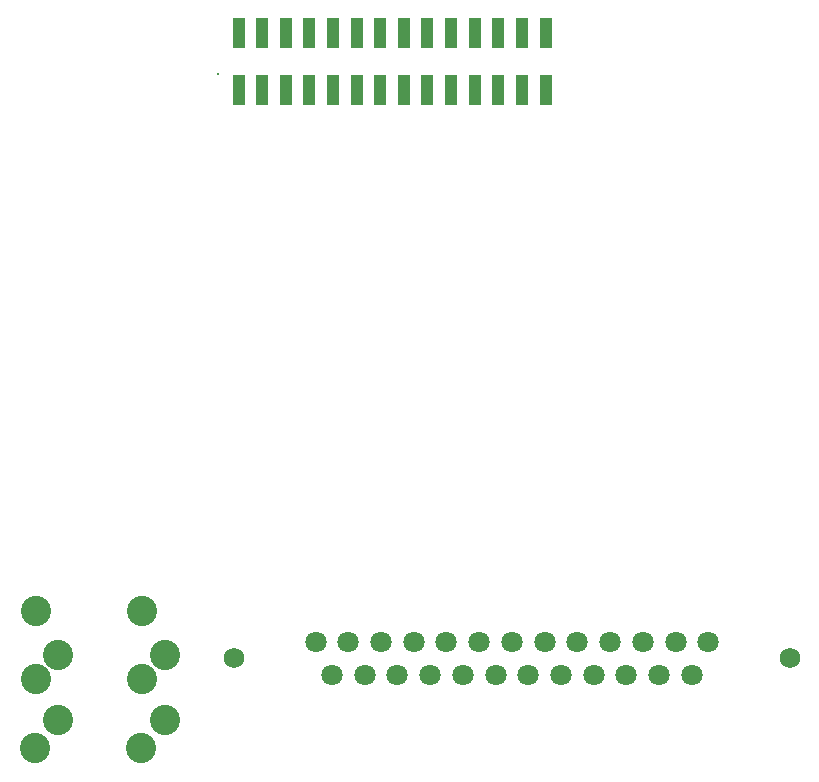
<source format=gbs>
G04 Layer_Color=16711935*
%FSAX24Y24*%
%MOIN*%
G70*
G01*
G75*
%ADD17C,0.0710*%
%ADD18C,0.0680*%
%ADD19C,0.0080*%
%ADD20C,0.1009*%
%ADD21R,0.0434X0.1005*%
D17*
X031789Y013486D02*
D03*
X033970D02*
D03*
X032880D02*
D03*
X035061D02*
D03*
X036152D02*
D03*
X030699D02*
D03*
X024155D02*
D03*
X029608D02*
D03*
X028518D02*
D03*
X026337D02*
D03*
X027427D02*
D03*
X025246D02*
D03*
X024701Y012368D02*
D03*
X026882D02*
D03*
X025791D02*
D03*
X027972D02*
D03*
X029063D02*
D03*
X023610D02*
D03*
X030154D02*
D03*
X035606D02*
D03*
X034516D02*
D03*
X032335D02*
D03*
X033425D02*
D03*
X031244D02*
D03*
X023073Y013490D02*
D03*
D18*
X020348Y012927D02*
D03*
X038868D02*
D03*
D19*
X019805Y032423D02*
D03*
D20*
X017243Y009935D02*
D03*
X018030Y010880D02*
D03*
X017282Y012227D02*
D03*
X018030Y013046D02*
D03*
X017282Y014502D02*
D03*
X013699Y009935D02*
D03*
X014487Y010880D02*
D03*
X013739Y012227D02*
D03*
X014487Y013046D02*
D03*
X013739Y014502D02*
D03*
D21*
X030730Y033762D02*
D03*
Y031872D02*
D03*
X029942D02*
D03*
Y033762D02*
D03*
X028368D02*
D03*
Y031872D02*
D03*
X029155D02*
D03*
Y033762D02*
D03*
X026005D02*
D03*
Y031872D02*
D03*
X025218D02*
D03*
Y033762D02*
D03*
X026793D02*
D03*
Y031872D02*
D03*
X027580D02*
D03*
Y033762D02*
D03*
X022856D02*
D03*
Y031872D02*
D03*
X022068D02*
D03*
Y033762D02*
D03*
X020494D02*
D03*
Y031872D02*
D03*
X021281D02*
D03*
Y033762D02*
D03*
X024431D02*
D03*
Y031872D02*
D03*
X023643D02*
D03*
Y033762D02*
D03*
M02*

</source>
